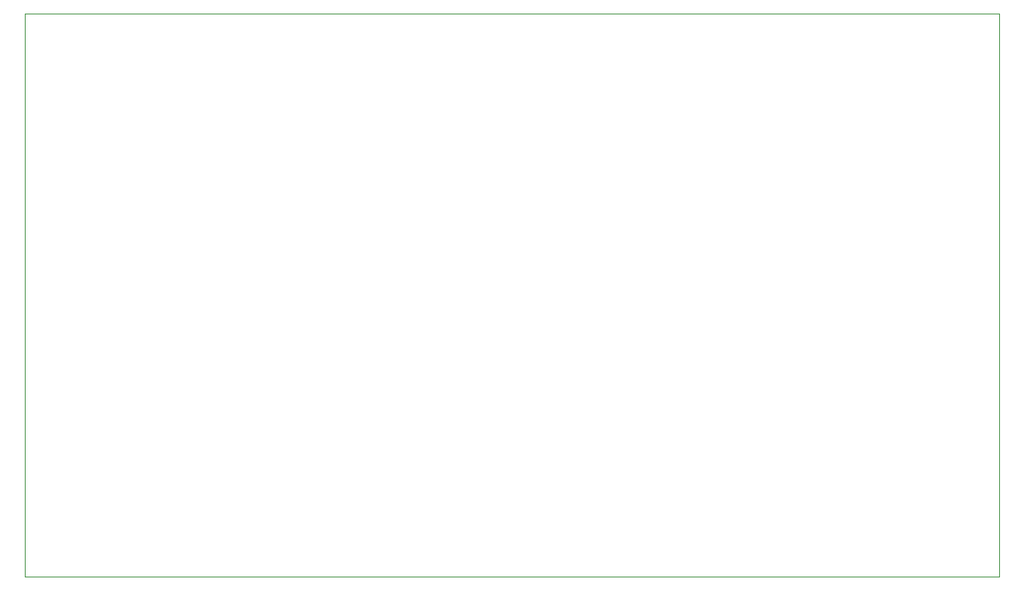
<source format=gm1>
G04 #@! TF.GenerationSoftware,KiCad,Pcbnew,(5.1.5-0)*
G04 #@! TF.CreationDate,2020-08-20T14:13:21-04:00*
G04 #@! TF.ProjectId,GrBLDC,4772424c-4443-42e6-9b69-6361645f7063,rev?*
G04 #@! TF.SameCoordinates,PX5a7646cPY8128a60*
G04 #@! TF.FileFunction,Profile,NP*
%FSLAX46Y46*%
G04 Gerber Fmt 4.6, Leading zero omitted, Abs format (unit mm)*
G04 Created by KiCad (PCBNEW (5.1.5-0)) date 2020-08-20 14:13:21*
%MOMM*%
%LPD*%
G04 APERTURE LIST*
%ADD10C,0.025400*%
G04 APERTURE END LIST*
D10*
X12700Y59626500D02*
X103098600Y59626500D01*
X12700Y12700D02*
X12700Y59626500D01*
X103098600Y12700D02*
X12700Y12700D01*
X103098600Y59626500D02*
X103098600Y12700D01*
M02*

</source>
